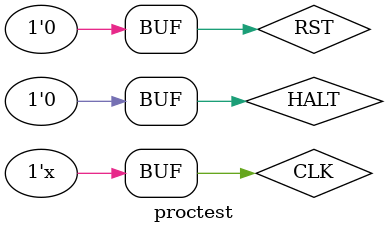
<source format=v>
`timescale 1ns / 1ps


module proctest;

	// Inputs
	reg CLK;
	reg RST;
	reg HALT = 0;

	// Outputs
	wire [7:0] inst;
	wire [7:0] readAddr;
	wire [6:0] segOut16;
	wire [6:0] segOut1;
	wire [6:0] segPc16;
	wire [6:0] segPc1;

	wire [6:0] segOpcode;
	
	wire negLED;

	// Instantiate the Unit Under Test (UUT)
	Proc uut (
		.inst(inst), 
		.readAddr(readAddr), 
		.segOut16(segOut16),
		.segOut1(segOut1), 
		.segPc16(segPc16),
		.segPc1(segPc1), 
		.segOpcode(segOpcode),
		.negLED(negLED),
		.CLK_osc(CLK),
		.HALT(HALT),
		.RST(RST)
	);
	
	imem memory(
		.Read_Address(readAddr),
		.instruction(inst)
	);
	always #20 CLK = !CLK;
	initial begin
		// Initialize Inputs
		
		CLK = 1;
		RST = 1;
		
		#110;
		RST = 0;
	end
      
endmodule


</source>
